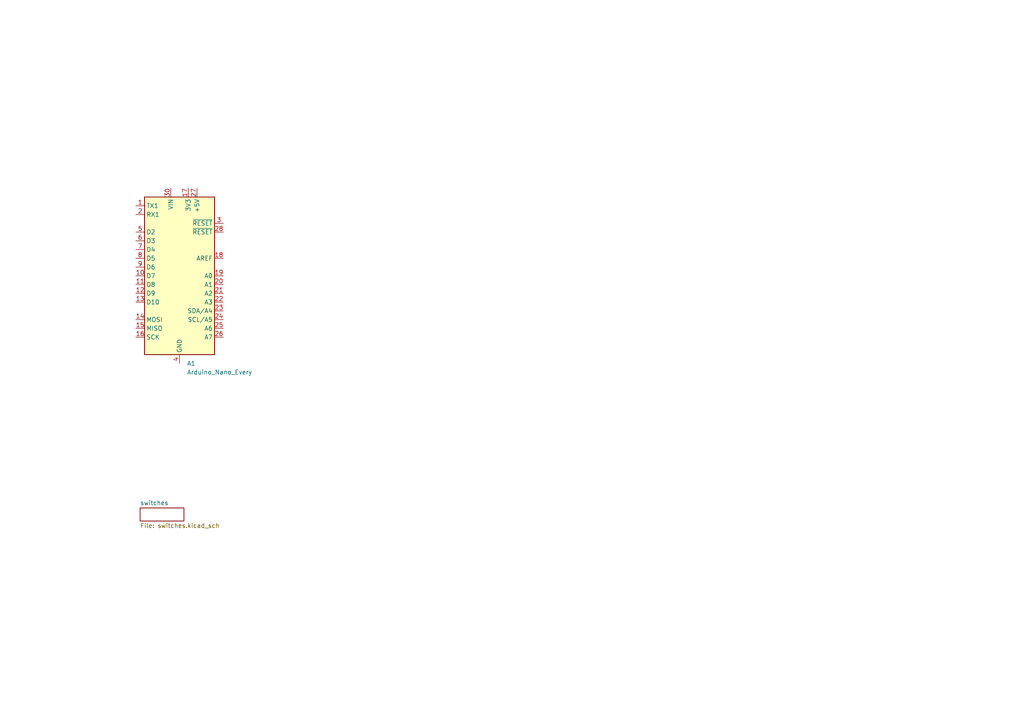
<source format=kicad_sch>
(kicad_sch (version 20250114) (generator "eeschema") (generator_version "9.0")
  (paper "A4")
  (lib_symbols
    (symbol "MCU_Module:Arduino_Nano_Every"
      (property "Reference" "A" (at -10.16 23.495 0))
      (property "Value" "Arduino_Nano_Every" (at 5.08 -24.13 0))
      (symbol "Arduino_Nano_Every_0_1"
        (rectangle (start -10.16 22.86) (end 10.16 -22.86) (stroke (width 0.254)) (fill (type background)))
      )
      (symbol "Arduino_Nano_Every_1_1"
        (pin bidirectional line (at -12.7 20.32 0) (length 2.54) (name "TX1") (number "1"))
        (pin bidirectional line (at -12.7 17.78 0) (length 2.54) (name "RX1") (number "2"))
        (pin bidirectional line (at -12.7 12.7 0) (length 2.54) (name "D2") (number "5"))
        (pin bidirectional line (at -12.7 10.16 0) (length 2.54) (name "D3") (number "6"))
        (pin bidirectional line (at -12.7 7.62 0) (length 2.54) (name "D4") (number "7"))
        (pin bidirectional line (at -12.7 5.08 0) (length 2.54) (name "D5") (number "8"))
        (pin bidirectional line (at -12.7 2.54 0) (length 2.54) (name "D6") (number "9"))
        (pin bidirectional line (at -12.7 0 0) (length 2.54) (name "D7") (number "10"))
        (pin bidirectional line (at -12.7 -2.54 0) (length 2.54) (name "D8") (number "11"))
        (pin bidirectional line (at -12.7 -5.08 0) (length 2.54) (name "D9") (number "12"))
        (pin bidirectional line (at -12.7 -7.62 0) (length 2.54) (name "D10") (number "13"))
        (pin bidirectional line (at -12.7 -12.7 0) (length 2.54) (name "MOSI") (number "14"))
        (pin bidirectional line (at -12.7 -15.24 0) (length 2.54) (name "MISO") (number "15"))
        (pin bidirectional line (at -12.7 -17.78 0) (length 2.54) (name "SCK") (number "16"))
        (pin power_in line (at -2.54 25.4 270) (length 2.54) (name "VIN") (number "30"))
        (pin passive line (at 0 -25.4 90) (length 2.54) (hide yes) (name "GND") (number "29"))
        (pin power_in line (at 0 -25.4 90) (length 2.54) (name "GND") (number "4"))
        (pin power_out line (at 2.54 25.4 270) (length 2.54) (name "3V3") (number "17"))
        (pin power_out line (at 5.08 25.4 270) (length 2.54) (name "+5V") (number "27"))
        (pin input line (at 12.7 15.24 180) (length 2.54) (name "~{RESET}") (number "3"))
        (pin input line (at 12.7 12.7 180) (length 2.54) (name "~{RESET}") (number "28"))
        (pin input line (at 12.7 5.08 180) (length 2.54) (name "AREF") (number "18"))
        (pin bidirectional line (at 12.7 0 180) (length 2.54) (name "A0") (number "19"))
        (pin bidirectional line (at 12.7 -2.54 180) (length 2.54) (name "A1") (number "20"))
        (pin bidirectional line (at 12.7 -5.08 180) (length 2.54) (name "A2") (number "21"))
        (pin bidirectional line (at 12.7 -7.62 180) (length 2.54) (name "A3") (number "22"))
        (pin bidirectional line (at 12.7 -10.16 180) (length 2.54) (name "SDA/A4") (number "23"))
        (pin bidirectional line (at 12.7 -12.7 180) (length 2.54) (name "SCL/A5") (number "24"))
        (pin bidirectional line (at 12.7 -15.24 180) (length 2.54) (name "A6") (number "25"))
        (pin bidirectional line (at 12.7 -17.78 180) (length 2.54) (name "A7") (number "26"))
      )
    )
  )
  (symbol (lib_id "MCU_Module:Arduino_Nano_Every") (at 52.07 80.01 0) (unit 1)
    (property "Reference" "A1" (at 54.2133 105.41 0) (effects (justify left)))
    (property "Value" "Arduino_Nano_Every" (at 54.2133 107.95 0) (effects (justify left)))
    (property "Footprint" "Module:Arduino_Nano" (effects (hide yes)))
    (property "Datasheet" "https://content.arduino.cc/assets/NANOEveryV3.0_sch.pdf" (effects (hide yes)))
    (property "Description" "Arduino Nano Every" (effects (hide yes)))
  )
  (sheet (at 40.64 147.32) (size 12.7 3.81) (stroke (width 0.1524))
    (property "Sheetname" "switches" (at 40.64 146.6084 0) (effects (justify left bottom)))
    (property "Sheetfile" "switches.kicad_sch" (at 40.64 151.7146 0) (effects (justify left top)))
  )
)
</source>
